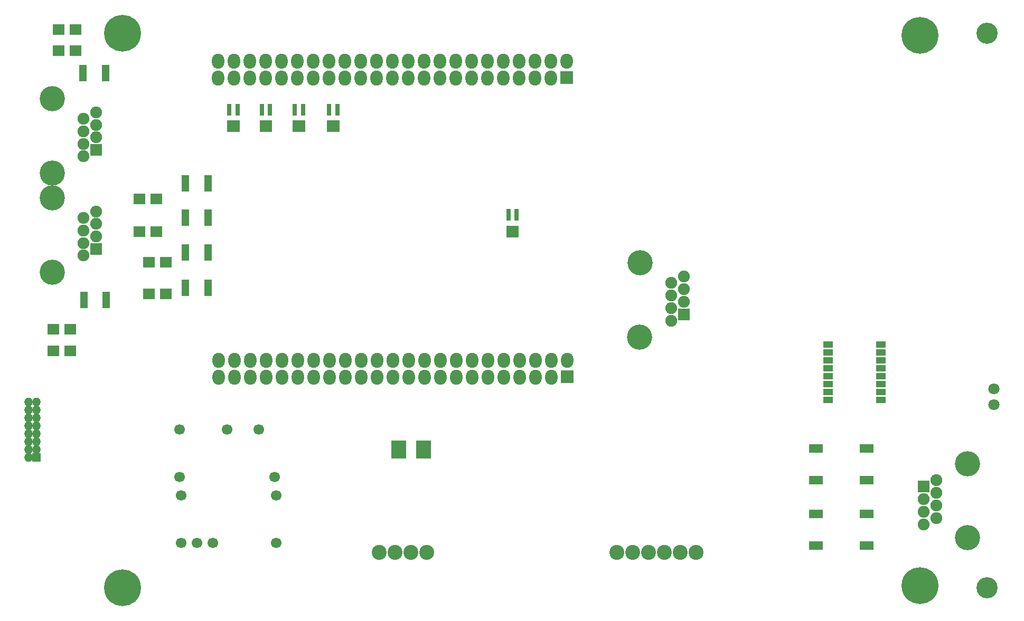
<source format=gbr>
G04 #@! TF.FileFunction,Soldermask,Top*
%FSLAX46Y46*%
G04 Gerber Fmt 4.6, Leading zero omitted, Abs format (unit mm)*
G04 Created by KiCad (PCBNEW 4.0.7-e2-6376~58~ubuntu16.04.1) date Fri Dec  1 14:53:18 2017*
%MOMM*%
%LPD*%
G01*
G04 APERTURE LIST*
%ADD10C,0.100000*%
%ADD11R,1.540000X1.020000*%
%ADD12C,5.900000*%
%ADD13C,3.400000*%
%ADD14C,4.050000*%
%ADD15C,1.900000*%
%ADD16R,1.900000X1.900000*%
%ADD17C,2.400000*%
%ADD18C,1.700000*%
%ADD19R,1.400000X1.400000*%
%ADD20O,1.400000X1.400000*%
%ADD21C,1.800000*%
%ADD22R,1.900000X1.700000*%
%ADD23R,1.150000X0.750000*%
%ADD24R,0.800000X1.900000*%
%ADD25R,2.000000X2.000000*%
%ADD26O,2.000000X2.400000*%
%ADD27R,2.300000X1.400000*%
%ADD28R,2.400000X2.900000*%
G04 APERTURE END LIST*
D10*
D11*
X170732240Y-74980840D03*
X170732240Y-76230840D03*
X170732240Y-77505840D03*
X170732240Y-78780840D03*
X170732240Y-80055840D03*
X170732240Y-81330840D03*
X170732240Y-82605840D03*
X170732240Y-83855840D03*
X162207240Y-74955840D03*
X162207240Y-82605840D03*
X162207240Y-81330840D03*
X162207240Y-80055840D03*
X162207240Y-78805840D03*
X162207240Y-77530840D03*
X162207240Y-76205840D03*
X162207240Y-83855840D03*
D12*
X176939100Y-25343000D03*
X49088200Y-25001000D03*
X49088200Y-114001000D03*
D13*
X187758200Y-114001000D03*
X187758200Y-25001000D03*
D12*
X176939100Y-113659000D03*
D14*
X184607240Y-94060840D03*
X184582240Y-105965840D03*
D15*
X179582240Y-96715840D03*
D16*
X177532240Y-97740840D03*
D15*
X179582240Y-98740840D03*
X177532240Y-99765840D03*
X179582240Y-100765840D03*
X177532240Y-101790840D03*
X179582240Y-102790840D03*
X177542240Y-103805840D03*
D17*
X141037240Y-108300840D03*
X138497240Y-108300840D03*
X135957240Y-108300840D03*
X133417240Y-108300840D03*
X130877240Y-108300840D03*
X128337240Y-108300840D03*
X90237240Y-108300840D03*
X92777240Y-108300840D03*
X95317240Y-108300840D03*
X97857240Y-108300840D03*
D18*
X73497240Y-96190840D03*
X70957240Y-88570840D03*
X65877240Y-88570840D03*
X58257240Y-96190840D03*
X58257240Y-88570840D03*
X58517240Y-106780840D03*
X61057240Y-106780840D03*
X63597240Y-106780840D03*
X73757240Y-106780840D03*
X73757240Y-99160840D03*
X58517240Y-99160840D03*
D19*
X35357240Y-93040840D03*
D20*
X34087240Y-93040840D03*
X35357240Y-91770840D03*
X34087240Y-91770840D03*
X35357240Y-90500840D03*
X34087240Y-90500840D03*
X35357240Y-89230840D03*
X34087240Y-89230840D03*
X35357240Y-87960840D03*
X34087240Y-87960840D03*
X35357240Y-86690840D03*
X34087240Y-86690840D03*
X35357240Y-85420840D03*
X34087240Y-85420840D03*
X35357240Y-84150840D03*
X34087240Y-84150840D03*
D21*
X188857240Y-82060840D03*
X188857240Y-84600840D03*
D14*
X132047240Y-73770840D03*
X132072240Y-61865840D03*
D15*
X137072240Y-71115840D03*
D16*
X139122240Y-70090840D03*
D15*
X137072240Y-69090840D03*
X139122240Y-68065840D03*
X137072240Y-67065840D03*
X139122240Y-66040840D03*
X137072240Y-65040840D03*
X139112240Y-64025840D03*
D22*
X38047240Y-72540840D03*
X40747240Y-72540840D03*
X38050000Y-75950000D03*
X40750000Y-75950000D03*
X38847240Y-27790840D03*
X41547240Y-27790840D03*
X38847240Y-24390840D03*
X41547240Y-24390840D03*
D23*
X59197240Y-55565840D03*
X59197240Y-54915840D03*
X59197240Y-54265840D03*
X59197240Y-53615840D03*
X62797240Y-55565840D03*
X62797240Y-54915840D03*
X62797240Y-53615840D03*
X62797240Y-54265840D03*
X59197240Y-50065840D03*
X59197240Y-49415840D03*
X59197240Y-48765840D03*
X59197240Y-48115840D03*
X62797240Y-50065840D03*
X62797240Y-49415840D03*
X62797240Y-48115840D03*
X62797240Y-48765840D03*
X59197240Y-66865840D03*
X59197240Y-66215840D03*
X59197240Y-65565840D03*
X59197240Y-64915840D03*
X62797240Y-66865840D03*
X62797240Y-66215840D03*
X62797240Y-64915840D03*
X62797240Y-65565840D03*
X59197240Y-61165840D03*
X59197240Y-60515840D03*
X59197240Y-59865840D03*
X59197240Y-59215840D03*
X62797240Y-61165840D03*
X62797240Y-60515840D03*
X62797240Y-59215840D03*
X62797240Y-59865840D03*
D24*
X111000000Y-56830000D03*
X111650000Y-56830000D03*
X112300000Y-56830000D03*
X112300000Y-54170000D03*
X111000000Y-54170000D03*
X66250000Y-39930000D03*
X66900000Y-39930000D03*
X67550000Y-39930000D03*
X67550000Y-37270000D03*
X66250000Y-37270000D03*
X71447240Y-39920840D03*
X72097240Y-39920840D03*
X72747240Y-39920840D03*
X72747240Y-37260840D03*
X71447240Y-37260840D03*
X76747240Y-39920840D03*
X77397240Y-39920840D03*
X78047240Y-39920840D03*
X78047240Y-37260840D03*
X76747240Y-37260840D03*
X82247240Y-39920840D03*
X82897240Y-39920840D03*
X83547240Y-39920840D03*
X83547240Y-37260840D03*
X82247240Y-37260840D03*
D23*
X42900000Y-68775000D03*
X42900000Y-68125000D03*
X42900000Y-67475000D03*
X42900000Y-66825000D03*
X46500000Y-68775000D03*
X46500000Y-68125000D03*
X46500000Y-66825000D03*
X46500000Y-67475000D03*
X42797240Y-32365840D03*
X42797240Y-31715840D03*
X42797240Y-31065840D03*
X42797240Y-30415840D03*
X46397240Y-32365840D03*
X46397240Y-31715840D03*
X46397240Y-30415840D03*
X46397240Y-31065840D03*
D22*
X51850000Y-56850000D03*
X54550000Y-56850000D03*
X51850000Y-51600000D03*
X54550000Y-51600000D03*
X53350000Y-66850000D03*
X56050000Y-66850000D03*
X53350000Y-61750000D03*
X56050000Y-61750000D03*
D25*
X120370000Y-80135000D03*
D26*
X120370000Y-77495000D03*
X117830000Y-80235000D03*
X117830000Y-77495000D03*
X115290000Y-80235000D03*
X115290000Y-77495000D03*
X112750000Y-80235000D03*
X112750000Y-77495000D03*
X110210000Y-80235000D03*
X110210000Y-77495000D03*
X107670000Y-80235000D03*
X107670000Y-77495000D03*
X105130000Y-80235000D03*
X105130000Y-77495000D03*
X102590000Y-80235000D03*
X102590000Y-77495000D03*
X100050000Y-80235000D03*
X100050000Y-77495000D03*
X97510000Y-80235000D03*
X97510000Y-77495000D03*
X94970000Y-80235000D03*
X94970000Y-77495000D03*
X92430000Y-80235000D03*
X92430000Y-77495000D03*
X89890000Y-80235000D03*
X89890000Y-77495000D03*
X87350000Y-80235000D03*
X87350000Y-77495000D03*
X84810000Y-80235000D03*
X84810000Y-77495000D03*
X82270000Y-80235000D03*
X82270000Y-77495000D03*
X79730000Y-80235000D03*
X79730000Y-77495000D03*
X77190000Y-80235000D03*
X77190000Y-77495000D03*
X74650000Y-80235000D03*
X74650000Y-77495000D03*
X72110000Y-80235000D03*
X72110000Y-77495000D03*
X69570000Y-80235000D03*
X69570000Y-77495000D03*
X67030000Y-80235000D03*
X67030000Y-77495000D03*
X64490000Y-80235000D03*
X64490000Y-77495000D03*
D25*
X120340000Y-32115000D03*
D26*
X120340000Y-29475000D03*
X117800000Y-32215000D03*
X117800000Y-29475000D03*
X115260000Y-32215000D03*
X115260000Y-29475000D03*
X112720000Y-32215000D03*
X112720000Y-29475000D03*
X110180000Y-32215000D03*
X110180000Y-29475000D03*
X107640000Y-32215000D03*
X107640000Y-29475000D03*
X105100000Y-32215000D03*
X105100000Y-29475000D03*
X102560000Y-32215000D03*
X102560000Y-29475000D03*
X100020000Y-32215000D03*
X100020000Y-29475000D03*
X97480000Y-32215000D03*
X97480000Y-29475000D03*
X94940000Y-32215000D03*
X94940000Y-29475000D03*
X92400000Y-32215000D03*
X92400000Y-29475000D03*
X89860000Y-32215000D03*
X89860000Y-29475000D03*
X87320000Y-32215000D03*
X87320000Y-29475000D03*
X84780000Y-32215000D03*
X84780000Y-29475000D03*
X82240000Y-32215000D03*
X82240000Y-29475000D03*
X79700000Y-32215000D03*
X79700000Y-29475000D03*
X77160000Y-32215000D03*
X77160000Y-29475000D03*
X74620000Y-32215000D03*
X74620000Y-29475000D03*
X72080000Y-32215000D03*
X72080000Y-29475000D03*
X69540000Y-32215000D03*
X69540000Y-29475000D03*
X67000000Y-32215000D03*
X67000000Y-29475000D03*
X64460000Y-32215000D03*
X64460000Y-29475000D03*
D14*
X37847240Y-47430000D03*
X37872240Y-35525000D03*
D15*
X42872240Y-44775000D03*
D16*
X44922240Y-43750000D03*
D15*
X42872240Y-42750000D03*
X44922240Y-41725000D03*
X42872240Y-40725000D03*
X44922240Y-39700000D03*
X42872240Y-38700000D03*
X44912240Y-37685000D03*
D14*
X37847240Y-63340840D03*
X37872240Y-51435840D03*
D15*
X42872240Y-60685840D03*
D16*
X44922240Y-59660840D03*
D15*
X42872240Y-58660840D03*
X44922240Y-57635840D03*
X42872240Y-56635840D03*
X44922240Y-55610840D03*
X42872240Y-54610840D03*
X44912240Y-53595840D03*
D27*
X160300000Y-96750000D03*
X168375000Y-96750000D03*
X160325000Y-91650000D03*
X168375000Y-91650000D03*
X160300000Y-107250000D03*
X168375000Y-107250000D03*
X160325000Y-102150000D03*
X168375000Y-102150000D03*
D28*
X93420000Y-91810000D03*
X97420000Y-91810000D03*
M02*

</source>
